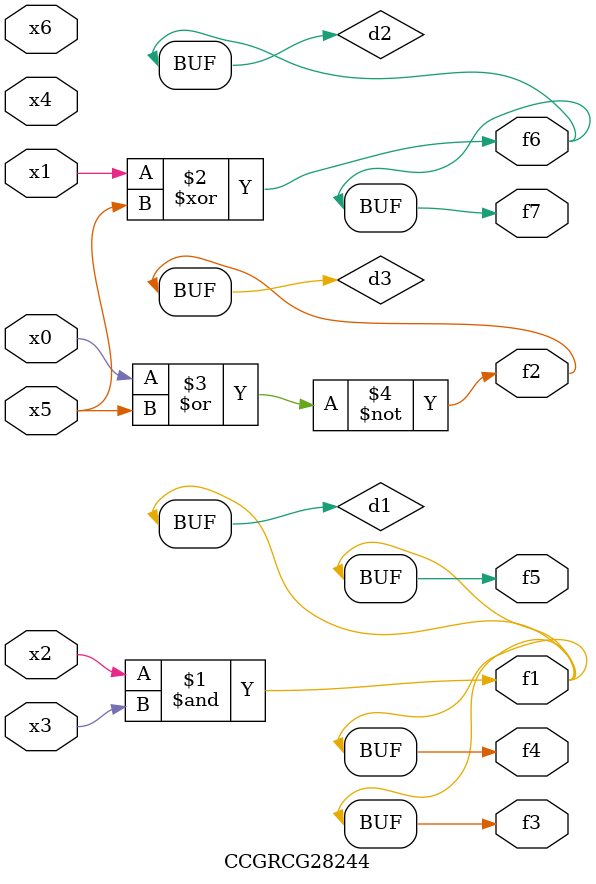
<source format=v>
module CCGRCG28244(
	input x0, x1, x2, x3, x4, x5, x6,
	output f1, f2, f3, f4, f5, f6, f7
);

	wire d1, d2, d3;

	and (d1, x2, x3);
	xor (d2, x1, x5);
	nor (d3, x0, x5);
	assign f1 = d1;
	assign f2 = d3;
	assign f3 = d1;
	assign f4 = d1;
	assign f5 = d1;
	assign f6 = d2;
	assign f7 = d2;
endmodule

</source>
